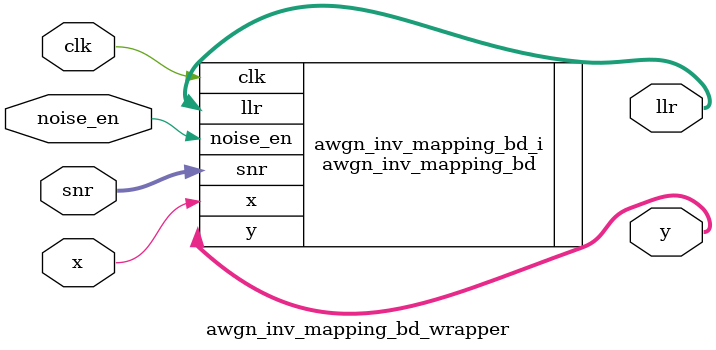
<source format=v>
`timescale 1 ps / 1 ps

module awgn_inv_mapping_bd_wrapper
   (clk,
    llr,
    noise_en,
    snr,
    x,
    y);
  input clk;
  output [9:0]llr;
  input [0:0]noise_en;
  input [4:0]snr;
  input [0:0]x;
  output [18:0]y;

  wire clk;
  wire [9:0]llr;
  wire [0:0]noise_en;
  wire [4:0]snr;
  wire [0:0]x;
  wire [18:0]y;

  awgn_inv_mapping_bd awgn_inv_mapping_bd_i
       (.clk(clk),
        .llr(llr),
        .noise_en(noise_en),
        .snr(snr),
        .x(x),
        .y(y));
endmodule

</source>
